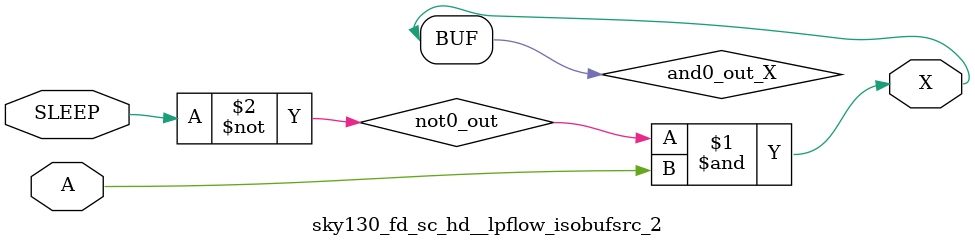
<source format=v>
/*
 * Copyright 2020 The SkyWater PDK Authors
 *
 * Licensed under the Apache License, Version 2.0 (the "License");
 * you may not use this file except in compliance with the License.
 * You may obtain a copy of the License at
 *
 *     https://www.apache.org/licenses/LICENSE-2.0
 *
 * Unless required by applicable law or agreed to in writing, software
 * distributed under the License is distributed on an "AS IS" BASIS,
 * WITHOUT WARRANTIES OR CONDITIONS OF ANY KIND, either express or implied.
 * See the License for the specific language governing permissions and
 * limitations under the License.
 *
 * SPDX-License-Identifier: Apache-2.0
*/


`ifndef SKY130_FD_SC_HD__LPFLOW_ISOBUFSRC_2_FUNCTIONAL_V
`define SKY130_FD_SC_HD__LPFLOW_ISOBUFSRC_2_FUNCTIONAL_V

/**
 * lpflow_isobufsrc: Input isolation, noninverted sleep.
 *
 *                   X = (!A | SLEEP)
 *
 * Verilog simulation functional model.
 */

`timescale 1ns / 1ps
`default_nettype none

`celldefine
module sky130_fd_sc_hd__lpflow_isobufsrc_2 (
    X    ,
    SLEEP,
    A
);

    // Module ports
    output X    ;
    input  SLEEP;
    input  A    ;

    // Local signals
    wire not0_out  ;
    wire and0_out_X;

    //  Name  Output      Other arguments
    not not0 (not0_out  , SLEEP          );
    and and0 (and0_out_X, not0_out, A    );
    buf buf0 (X         , and0_out_X     );

endmodule
`endcelldefine

`default_nettype wire
`endif  // SKY130_FD_SC_HD__LPFLOW_ISOBUFSRC_2_FUNCTIONAL_V

</source>
